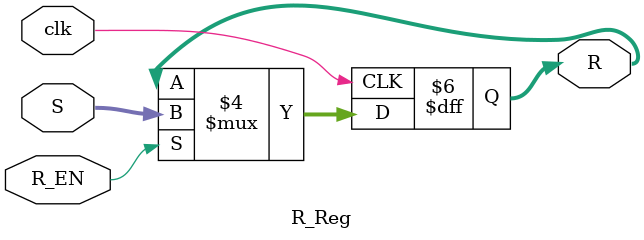
<source format=v>
/* 
REG. NO: SEU/IS/13/EG/091
NAME: P.RUMESH
THIS VERILOG CODE IS FOR R REGISTER IN THE GIVEN DIAGRAM
*/


// DEFINING R REGISTER
module R_Reg(S, clk, R_EN, R); 
input [3:0] S;			//FOUR BIT INPUT S
input clk;			//CLOCK INPUT
input R_EN;			//R_EN INPUT
output reg [3:0] R;		//R OUTPUT SAVED IN REGISTER

always@(posedge clk)begin
	if (R_EN==1)		// IF R_EN==1 DISPLAY S ELSE DISPLAY R
		R=S;
	else
		R=R;
	end
endmodule
</source>
